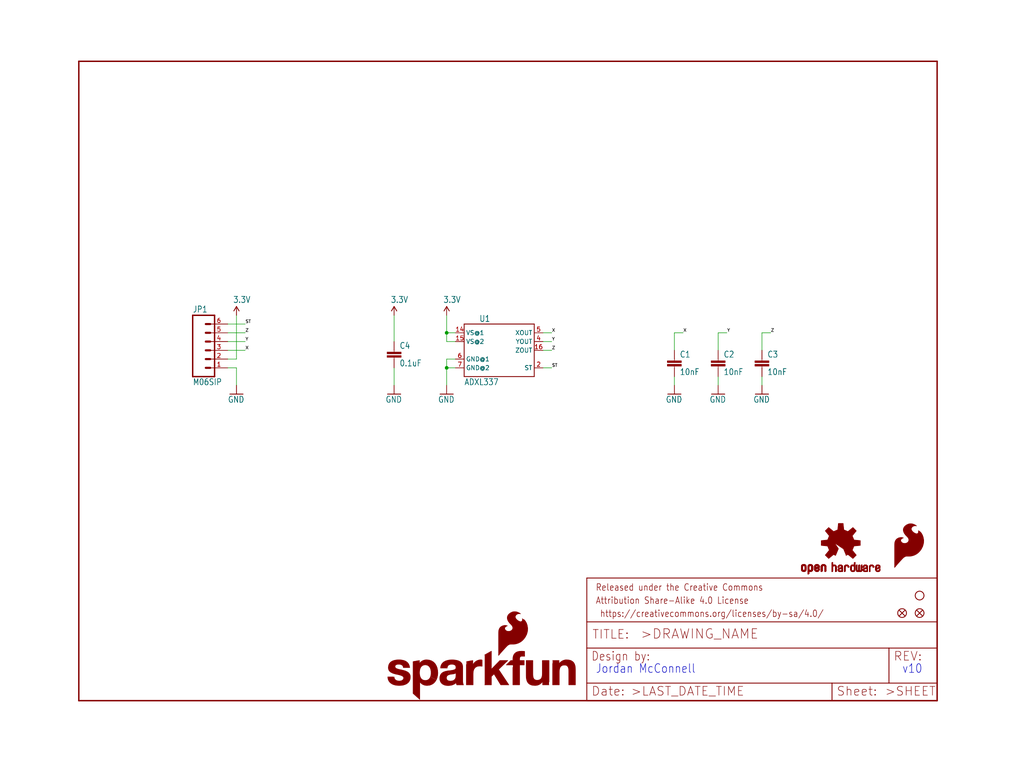
<source format=kicad_sch>
(kicad_sch (version 20211123) (generator eeschema)
  (paper "User" 297.002 223.926)
  (lib_symbols
    (symbol "eagleSchem-eagle-import:0.1UF-25V(+80{slash}-20%)(0603)"
      (property "Reference" "C" (at 1.524 2.921 0))
      (property "Value" "0.1UF-25V(+80{slash}-20%)(0603)" (at 1.524 -2.159 0))
      (symbol "0.1UF-25V(+80{slash}-20%)(0603)_1_0"
        (pin passive line (at 0 5.08 270) (length 2.54) (name "1") (number "1"))
        (pin passive line (at 0 -2.54 90) (length 2.54) (name "2") (number "2"))
      )
    )
    (symbol "eagleSchem-eagle-import:10NF{slash}10000PF-50V-10%(0603)"
      (property "Reference" "C" (at 1.524 2.921 0))
      (property "Value" "10NF{slash}10000PF-50V-10%(0603)" (at 1.524 -2.159 0))
      (symbol "10NF{slash}10000PF-50V-10%(0603)_1_0"
        (pin passive line (at 0 5.08 270) (length 2.54) (name "1") (number "1"))
        (pin passive line (at 0 -2.54 90) (length 2.54) (name "2") (number "2"))
      )
    )
    (symbol "eagleSchem-eagle-import:3.3V" (power)
      (property "Value" "3.3V" (at -1.016 3.556 0))
      (symbol "3.3V_1_0"
        (pin power_in line (at 0 0 90) (length 2.54) (name "3.3V") (number "1"))
      )
    )
    (symbol "eagleSchem-eagle-import:ADXL337"
      (property "Value" "ADXL337" (at -10.16 -10.16 0))
      (symbol "ADXL337_1_0"
        (pin bidirectional line (at -12.7 5.08 0) (length 2.54) (name "VS@1") (number "14"))
        (pin bidirectional line (at -12.7 2.54 0) (length 2.54) (name "VS@2") (number "15"))
        (pin bidirectional line (at 12.7 0 180) (length 2.54) (name "ZOUT") (number "16"))
        (pin bidirectional line (at 12.7 -5.08 180) (length 2.54) (name "ST") (number "2"))
        (pin bidirectional line (at 12.7 2.54 180) (length 2.54) (name "YOUT") (number "4"))
        (pin bidirectional line (at 12.7 5.08 180) (length 2.54) (name "XOUT") (number "5"))
        (pin bidirectional line (at -12.7 -2.54 0) (length 2.54) (name "GND@1") (number "6"))
        (pin bidirectional line (at -12.7 -5.08 0) (length 2.54) (name "GND@2") (number "7"))
      )
    )
    (symbol "eagleSchem-eagle-import:FIDUCIAL1X2")
    (symbol "eagleSchem-eagle-import:FRAME-LETTER"
      (symbol "FRAME-LETTER_2_0"
        (text " https://creativecommons.org/licenses/by-sa/4.0/" (at 2.54 24.13 0) (effects (font (size 1.9304 1.6408)) (justify left bottom)))
        (text ">DRAWING_NAME" (at 15.494 17.78 0) (effects (font (size 2.7432 2.7432)) (justify left bottom)))
        (text ">LAST_DATE_TIME" (at 12.7 1.27 0) (effects (font (size 2.54 2.54)) (justify left bottom)))
        (text ">SHEET" (at 86.36 1.27 0) (effects (font (size 2.54 2.54)) (justify left bottom)))
        (text "Attribution Share-Alike 4.0 License" (at 2.54 27.94 0) (effects (font (size 1.9304 1.6408)) (justify left bottom)))
        (text "Date:" (at 1.27 1.27 0) (effects (font (size 2.54 2.54)) (justify left bottom)))
        (text "Design by:" (at 1.27 11.43 0) (effects (font (size 2.54 2.159)) (justify left bottom)))
        (text "Released under the Creative Commons" (at 2.54 31.75 0) (effects (font (size 1.9304 1.6408)) (justify left bottom)))
        (text "REV:" (at 88.9 11.43 0) (effects (font (size 2.54 2.54)) (justify left bottom)))
        (text "Sheet:" (at 72.39 1.27 0) (effects (font (size 2.54 2.54)) (justify left bottom)))
        (text "TITLE:" (at 1.524 17.78 0) (effects (font (size 2.54 2.54)) (justify left bottom)))
      )
    )
    (symbol "eagleSchem-eagle-import:GND" (power)
      (property "Value" "GND" (at -2.54 -2.54 0))
      (symbol "GND_1_0"
        (pin power_in line (at 0 2.54 270) (length 2.54) (name "GND") (number "1"))
      )
    )
    (symbol "eagleSchem-eagle-import:M06SIP"
      (property "Reference" "JP" (at -5.08 10.922 0))
      (property "Value" "M06SIP" (at -5.08 -10.16 0))
      (symbol "M06SIP_1_0"
        (pin passive line (at 5.08 -5.08 180) (length 5.08) (name "1") (number "1"))
        (pin passive line (at 5.08 -2.54 180) (length 5.08) (name "2") (number "2"))
        (pin passive line (at 5.08 0 180) (length 5.08) (name "3") (number "3"))
        (pin passive line (at 5.08 2.54 180) (length 5.08) (name "4") (number "4"))
        (pin passive line (at 5.08 5.08 180) (length 5.08) (name "5") (number "5"))
        (pin passive line (at 5.08 7.62 180) (length 5.08) (name "6") (number "6"))
      )
    )
    (symbol "eagleSchem-eagle-import:OSHW-LOGOS")
    (symbol "eagleSchem-eagle-import:SFE_LOGO_FLAME.1_INCH")
    (symbol "eagleSchem-eagle-import:SFE_LOGO_NAME_FLAME.1_INCH")
    (symbol "eagleSchem-eagle-import:STAND-OFF")
  )
  (junction (at 129.54 106.68))
  (junction (at 129.54 96.52))
  (wire (pts (xy 220.98 96.52) (xy 223.52 96.52)))
  (wire (pts (xy 66.04 101.6) (xy 71.12 101.6)))
  (wire (pts (xy 220.98 109.22) (xy 220.98 111.76)))
  (wire (pts (xy 68.58 106.68) (xy 66.04 106.68)))
  (wire (pts (xy 129.54 96.52) (xy 129.54 91.44)))
  (wire (pts (xy 208.28 101.6) (xy 208.28 96.52)))
  (wire (pts (xy 129.54 104.14) (xy 129.54 106.68)))
  (wire (pts (xy 66.04 93.98) (xy 71.12 93.98)))
  (wire (pts (xy 129.54 111.76) (xy 129.54 106.68)))
  (wire (pts (xy 195.58 96.52) (xy 198.12 96.52)))
  (wire (pts (xy 220.98 101.6) (xy 220.98 96.52)))
  (wire (pts (xy 129.54 106.68) (xy 132.08 106.68)))
  (wire (pts (xy 157.48 101.6) (xy 160.02 101.6)))
  (wire (pts (xy 157.48 99.06) (xy 160.02 99.06)))
  (wire (pts (xy 195.58 111.76) (xy 195.58 109.22)))
  (wire (pts (xy 195.58 101.6) (xy 195.58 96.52)))
  (wire (pts (xy 208.28 109.22) (xy 208.28 111.76)))
  (wire (pts (xy 114.3 91.44) (xy 114.3 99.06)))
  (wire (pts (xy 66.04 99.06) (xy 71.12 99.06)))
  (wire (pts (xy 114.3 106.68) (xy 114.3 111.76)))
  (wire (pts (xy 132.08 99.06) (xy 129.54 99.06)))
  (wire (pts (xy 68.58 104.14) (xy 66.04 104.14)))
  (wire (pts (xy 132.08 96.52) (xy 129.54 96.52)))
  (wire (pts (xy 66.04 96.52) (xy 71.12 96.52)))
  (wire (pts (xy 68.58 91.44) (xy 68.58 104.14)))
  (wire (pts (xy 132.08 104.14) (xy 129.54 104.14)))
  (wire (pts (xy 157.48 106.68) (xy 160.02 106.68)))
  (wire (pts (xy 129.54 99.06) (xy 129.54 96.52)))
  (wire (pts (xy 68.58 111.76) (xy 68.58 106.68)))
  (wire (pts (xy 157.48 96.52) (xy 160.02 96.52)))
  (wire (pts (xy 208.28 96.52) (xy 210.82 96.52)))
  (text "v10" (at 261.62 195.58 180) (effects (font (size 2.54 2.159)) (justify left bottom)))
  (text "Jordan McConnell" (at 172.72 195.58 180) (effects (font (size 2.54 2.159)) (justify left bottom)))
  (label "Y" (at 210.82 96.52 0) (effects (font (size 0.889 0.889))))
  (label "Y" (at 160.02 99.06 0) (effects (font (size 0.889 0.889))))
  (label "X" (at 160.02 96.52 0) (effects (font (size 0.889 0.889))))
  (label "ST" (at 71.12 93.98 0) (effects (font (size 0.889 0.889))))
  (label "X" (at 71.12 101.6 0) (effects (font (size 0.889 0.889))))
  (label "ST" (at 160.02 106.68 0) (effects (font (size 0.889 0.889))))
  (label "Y" (at 71.12 99.06 0) (effects (font (size 0.889 0.889))))
  (label "Z" (at 160.02 101.6 0) (effects (font (size 0.889 0.889))))
  (label "X" (at 198.12 96.52 0) (effects (font (size 0.889 0.889))))
  (label "Z" (at 223.52 96.52 0) (effects (font (size 0.889 0.889))))
  (label "Z" (at 71.12 96.52 0) (effects (font (size 0.889 0.889))))
  (symbol (lib_id "eagleSchem-eagle-import:STAND-OFF") (at 266.7 172.72 0) (unit 1)
    (property "Reference" "STANDOFF1" (effects hide))
    (property "Value" "STAND-OFF" (effects hide))
    (property "Footprint" "eagleSchem:STAND-OFF" (effects hide))
  )
  (symbol (lib_id "eagleSchem-eagle-import:FRAME-LETTER") (at 170.18 203.2 0) (unit 2)
    (property "Reference" "FRAME1" (effects hide))
    (property "Value" "FRAME-LETTER" (effects hide))
    (property "Footprint" "eagleSchem:CREATIVE_COMMONS" (effects hide))
  )
  (symbol (lib_id "eagleSchem-eagle-import:ADXL337") (at 144.78 101.6 0) (unit 1)
    (property "Reference" "U1" (at 142.24 91.44 0) (effects (font (size 1.778 1.5113)) (justify right top)))
    (property "Value" "ADXL337" (at 134.62 111.76 0) (effects (font (size 1.778 1.5113)) (justify left bottom)))
    (property "Footprint" "eagleSchem:LFCSP_LQ-16" (effects hide))
  )
  (symbol (lib_id "eagleSchem-eagle-import:10NF{slash}10000PF-50V-10%(0603)") (at 195.58 106.68 0) (unit 1)
    (property "Reference" "C1" (at 197.104 103.759 0) (effects (font (size 1.778 1.5113)) (justify left bottom)))
    (property "Value" "10nF" (at 197.104 108.839 0) (effects (font (size 1.778 1.5113)) (justify left bottom)))
    (property "Footprint" "eagleSchem:0603-CAP" (effects hide))
  )
  (symbol (lib_id "eagleSchem-eagle-import:FRAME-LETTER") (at 22.86 203.2 0) (unit 1)
    (property "Reference" "FRAME1" (effects hide))
    (property "Value" "FRAME-LETTER" (effects hide))
    (property "Footprint" "eagleSchem:CREATIVE_COMMONS" (effects hide))
  )
  (symbol (lib_id "eagleSchem-eagle-import:3.3V") (at 68.58 91.44 0) (unit 1)
    (property "Reference" "#SUPPLY2" (effects hide))
    (property "Value" "3.3V" (at 67.564 87.884 0) (effects (font (size 1.778 1.5113)) (justify left bottom)))
    (property "Footprint" "eagleSchem:" (effects hide))
  )
  (symbol (lib_id "eagleSchem-eagle-import:GND") (at 195.58 114.3 0) (unit 1)
    (property "Reference" "#GND3" (effects hide))
    (property "Value" "GND" (at 193.04 116.84 0) (effects (font (size 1.778 1.5113)) (justify left bottom)))
    (property "Footprint" "eagleSchem:" (effects hide))
  )
  (symbol (lib_id "eagleSchem-eagle-import:GND") (at 114.3 114.3 0) (unit 1)
    (property "Reference" "#GND6" (effects hide))
    (property "Value" "GND" (at 111.76 116.84 0) (effects (font (size 1.778 1.5113)) (justify left bottom)))
    (property "Footprint" "eagleSchem:" (effects hide))
  )
  (symbol (lib_id "eagleSchem-eagle-import:GND") (at 129.54 114.3 0) (unit 1)
    (property "Reference" "#GND2" (effects hide))
    (property "Value" "GND" (at 127 116.84 0) (effects (font (size 1.778 1.5113)) (justify left bottom)))
    (property "Footprint" "eagleSchem:" (effects hide))
  )
  (symbol (lib_id "eagleSchem-eagle-import:OSHW-LOGOS") (at 243.84 157.48 0) (unit 1)
    (property "Reference" "LOGO2" (effects hide))
    (property "Value" "OSHW-LOGOS" (effects hide))
    (property "Footprint" "eagleSchem:OSHW-LOGO-S" (effects hide))
  )
  (symbol (lib_id "eagleSchem-eagle-import:GND") (at 220.98 114.3 0) (unit 1)
    (property "Reference" "#GND5" (effects hide))
    (property "Value" "GND" (at 218.44 116.84 0) (effects (font (size 1.778 1.5113)) (justify left bottom)))
    (property "Footprint" "eagleSchem:" (effects hide))
  )
  (symbol (lib_id "eagleSchem-eagle-import:0.1UF-25V(+80{slash}-20%)(0603)") (at 114.3 104.14 0) (unit 1)
    (property "Reference" "C4" (at 115.824 101.219 0) (effects (font (size 1.778 1.5113)) (justify left bottom)))
    (property "Value" "0.1uF" (at 115.824 106.299 0) (effects (font (size 1.778 1.5113)) (justify left bottom)))
    (property "Footprint" "eagleSchem:0603-CAP" (effects hide))
  )
  (symbol (lib_id "eagleSchem-eagle-import:10NF{slash}10000PF-50V-10%(0603)") (at 220.98 106.68 0) (unit 1)
    (property "Reference" "C3" (at 222.504 103.759 0) (effects (font (size 1.778 1.5113)) (justify left bottom)))
    (property "Value" "10nF" (at 222.504 108.839 0) (effects (font (size 1.778 1.5113)) (justify left bottom)))
    (property "Footprint" "eagleSchem:0603-CAP" (effects hide))
  )
  (symbol (lib_id "eagleSchem-eagle-import:GND") (at 68.58 114.3 0) (unit 1)
    (property "Reference" "#GND1" (effects hide))
    (property "Value" "GND" (at 66.04 116.84 0) (effects (font (size 1.778 1.5113)) (justify left bottom)))
    (property "Footprint" "eagleSchem:" (effects hide))
  )
  (symbol (lib_id "eagleSchem-eagle-import:SFE_LOGO_NAME_FLAME.1_INCH") (at 111.76 203.2 0) (unit 1)
    (property "Reference" "LOGO3" (effects hide))
    (property "Value" "SFE_LOGO_NAME_FLAME.1_INCH" (effects hide))
    (property "Footprint" "eagleSchem:SFE_LOGO_NAME_FLAME_.1" (effects hide))
  )
  (symbol (lib_id "eagleSchem-eagle-import:SFE_LOGO_FLAME.1_INCH") (at 259.08 165.1 0) (unit 1)
    (property "Reference" "LOGO1" (effects hide))
    (property "Value" "SFE_LOGO_FLAME.1_INCH" (effects hide))
    (property "Footprint" "eagleSchem:SFE_LOGO_FLAME_.1" (effects hide))
  )
  (symbol (lib_id "eagleSchem-eagle-import:FIDUCIAL1X2") (at 266.7 177.8 0) (unit 1)
    (property "Reference" "FID1" (effects hide))
    (property "Value" "FIDUCIAL1X2" (effects hide))
    (property "Footprint" "eagleSchem:FIDUCIAL-1X2" (effects hide))
  )
  (symbol (lib_id "eagleSchem-eagle-import:FIDUCIAL1X2") (at 261.62 177.8 0) (unit 1)
    (property "Reference" "FID2" (effects hide))
    (property "Value" "FIDUCIAL1X2" (effects hide))
    (property "Footprint" "eagleSchem:FIDUCIAL-1X2" (effects hide))
  )
  (symbol (lib_id "eagleSchem-eagle-import:10NF{slash}10000PF-50V-10%(0603)") (at 208.28 106.68 0) (unit 1)
    (property "Reference" "C2" (at 209.804 103.759 0) (effects (font (size 1.778 1.5113)) (justify left bottom)))
    (property "Value" "10nF" (at 209.804 108.839 0) (effects (font (size 1.778 1.5113)) (justify left bottom)))
    (property "Footprint" "eagleSchem:0603-CAP" (effects hide))
  )
  (symbol (lib_id "eagleSchem-eagle-import:GND") (at 208.28 114.3 0) (unit 1)
    (property "Reference" "#GND4" (effects hide))
    (property "Value" "GND" (at 205.74 116.84 0) (effects (font (size 1.778 1.5113)) (justify left bottom)))
    (property "Footprint" "eagleSchem:" (effects hide))
  )
  (symbol (lib_id "eagleSchem-eagle-import:M06SIP") (at 60.96 101.6 0) (unit 1)
    (property "Reference" "JP1" (at 55.88 90.678 0) (effects (font (size 1.778 1.5113)) (justify left bottom)))
    (property "Value" "M06SIP" (at 55.88 111.76 0) (effects (font (size 1.778 1.5113)) (justify left bottom)))
    (property "Footprint" "eagleSchem:1X06" (effects hide))
  )
  (symbol (lib_id "eagleSchem-eagle-import:3.3V") (at 129.54 91.44 0) (unit 1)
    (property "Reference" "#SUPPLY1" (effects hide))
    (property "Value" "3.3V" (at 128.524 87.884 0) (effects (font (size 1.778 1.5113)) (justify left bottom)))
    (property "Footprint" "eagleSchem:" (effects hide))
  )
  (symbol (lib_id "eagleSchem-eagle-import:3.3V") (at 114.3 91.44 0) (unit 1)
    (property "Reference" "#SUPPLY3" (effects hide))
    (property "Value" "3.3V" (at 113.284 87.884 0) (effects (font (size 1.778 1.5113)) (justify left bottom)))
    (property "Footprint" "eagleSchem:" (effects hide))
  )
)
</source>
